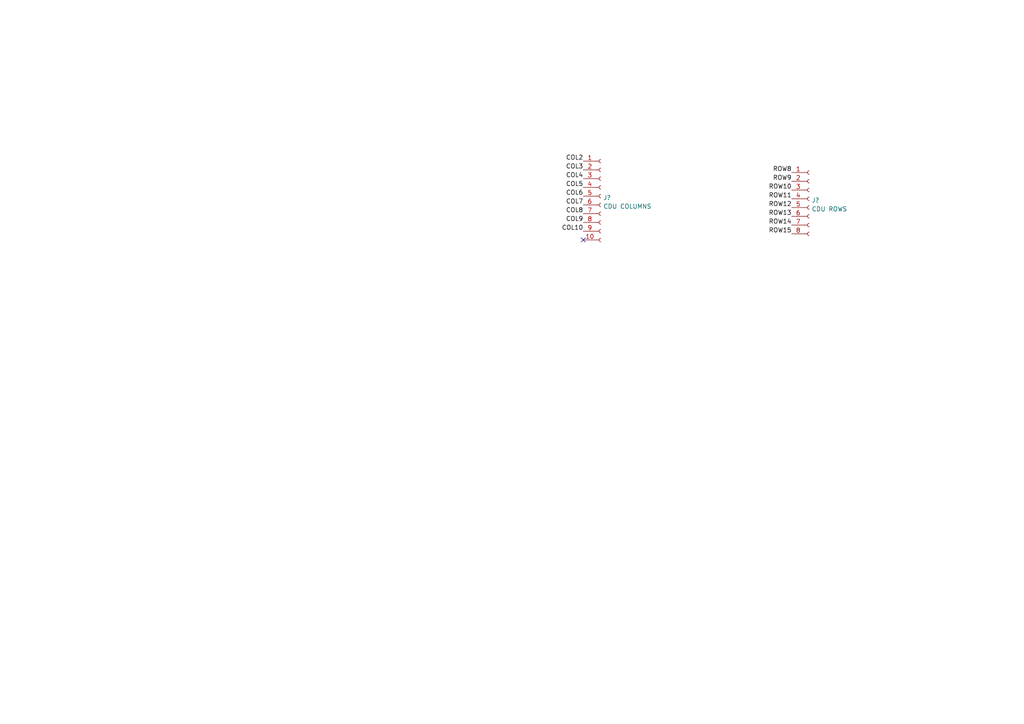
<source format=kicad_sch>
(kicad_sch (version 20211123) (generator eeschema)
  (paper "A4")
  (lib_symbols
    (symbol "Connector:Conn_01x08_Female" (pin_names (offset 1.016) hide)
      (property "Reference" "J" (at 0 10.16 0))
      (property "Value" "Conn_01x08_Female" (at 0 -12.7 0))
      (symbol "Conn_01x08_Female_1_1"
        (arc (start 0 -9.652) (mid -0.508 -10.16) (end 0 -10.668) (stroke (width 0.1524)))
        (arc (start 0 -7.112) (mid -0.508 -7.62) (end 0 -8.128) (stroke (width 0.1524)))
        (arc (start 0 -4.572) (mid -0.508 -5.08) (end 0 -5.588) (stroke (width 0.1524)))
        (arc (start 0 -2.032) (mid -0.508 -2.54) (end 0 -3.048) (stroke (width 0.1524)))
        (polyline (pts (xy -1.27 -10.16) (xy -0.508 -10.16)) (stroke (width 0.1524)))
        (polyline (pts (xy -1.27 -7.62) (xy -0.508 -7.62)) (stroke (width 0.1524)))
        (polyline (pts (xy -1.27 -5.08) (xy -0.508 -5.08)) (stroke (width 0.1524)))
        (polyline (pts (xy -1.27 -2.54) (xy -0.508 -2.54)) (stroke (width 0.1524)))
        (polyline (pts (xy -1.27 0) (xy -0.508 0)) (stroke (width 0.1524)))
        (polyline (pts (xy -1.27 2.54) (xy -0.508 2.54)) (stroke (width 0.1524)))
        (polyline (pts (xy -1.27 5.08) (xy -0.508 5.08)) (stroke (width 0.1524)))
        (polyline (pts (xy -1.27 7.62) (xy -0.508 7.62)) (stroke (width 0.1524)))
        (arc (start 0 0.508) (mid -0.508 0) (end 0 -0.508) (stroke (width 0.1524)))
        (arc (start 0 3.048) (mid -0.508 2.54) (end 0 2.032) (stroke (width 0.1524)))
        (arc (start 0 5.588) (mid -0.508 5.08) (end 0 4.572) (stroke (width 0.1524)))
        (arc (start 0 8.128) (mid -0.508 7.62) (end 0 7.112) (stroke (width 0.1524)))
        (pin passive line (at -5.08 7.62 0) (length 3.81) (name "Pin_1") (number "1"))
        (pin passive line (at -5.08 5.08 0) (length 3.81) (name "Pin_2") (number "2"))
        (pin passive line (at -5.08 2.54 0) (length 3.81) (name "Pin_3") (number "3"))
        (pin passive line (at -5.08 0 0) (length 3.81) (name "Pin_4") (number "4"))
        (pin passive line (at -5.08 -2.54 0) (length 3.81) (name "Pin_5") (number "5"))
        (pin passive line (at -5.08 -5.08 0) (length 3.81) (name "Pin_6") (number "6"))
        (pin passive line (at -5.08 -7.62 0) (length 3.81) (name "Pin_7") (number "7"))
        (pin passive line (at -5.08 -10.16 0) (length 3.81) (name "Pin_8") (number "8"))
      )
    )
    (symbol "Connector:Conn_01x10_Female" (pin_names (offset 1.016) hide)
      (property "Reference" "J" (at 0 12.7 0))
      (property "Value" "Conn_01x10_Female" (at 0 -15.24 0))
      (symbol "Conn_01x10_Female_1_1"
        (arc (start 0 -12.192) (mid -0.508 -12.7) (end 0 -13.208) (stroke (width 0.1524)))
        (arc (start 0 -9.652) (mid -0.508 -10.16) (end 0 -10.668) (stroke (width 0.1524)))
        (arc (start 0 -7.112) (mid -0.508 -7.62) (end 0 -8.128) (stroke (width 0.1524)))
        (arc (start 0 -4.572) (mid -0.508 -5.08) (end 0 -5.588) (stroke (width 0.1524)))
        (arc (start 0 -2.032) (mid -0.508 -2.54) (end 0 -3.048) (stroke (width 0.1524)))
        (polyline (pts (xy -1.27 -12.7) (xy -0.508 -12.7)) (stroke (width 0.1524)))
        (polyline (pts (xy -1.27 -10.16) (xy -0.508 -10.16)) (stroke (width 0.1524)))
        (polyline (pts (xy -1.27 -7.62) (xy -0.508 -7.62)) (stroke (width 0.1524)))
        (polyline (pts (xy -1.27 -5.08) (xy -0.508 -5.08)) (stroke (width 0.1524)))
        (polyline (pts (xy -1.27 -2.54) (xy -0.508 -2.54)) (stroke (width 0.1524)))
        (polyline (pts (xy -1.27 0) (xy -0.508 0)) (stroke (width 0.1524)))
        (polyline (pts (xy -1.27 2.54) (xy -0.508 2.54)) (stroke (width 0.1524)))
        (polyline (pts (xy -1.27 5.08) (xy -0.508 5.08)) (stroke (width 0.1524)))
        (polyline (pts (xy -1.27 7.62) (xy -0.508 7.62)) (stroke (width 0.1524)))
        (polyline (pts (xy -1.27 10.16) (xy -0.508 10.16)) (stroke (width 0.1524)))
        (arc (start 0 0.508) (mid -0.508 0) (end 0 -0.508) (stroke (width 0.1524)))
        (arc (start 0 3.048) (mid -0.508 2.54) (end 0 2.032) (stroke (width 0.1524)))
        (arc (start 0 5.588) (mid -0.508 5.08) (end 0 4.572) (stroke (width 0.1524)))
        (arc (start 0 8.128) (mid -0.508 7.62) (end 0 7.112) (stroke (width 0.1524)))
        (arc (start 0 10.668) (mid -0.508 10.16) (end 0 9.652) (stroke (width 0.1524)))
        (pin passive line (at -5.08 10.16 0) (length 3.81) (name "Pin_1") (number "1"))
        (pin passive line (at -5.08 -12.7 0) (length 3.81) (name "Pin_10") (number "10"))
        (pin passive line (at -5.08 7.62 0) (length 3.81) (name "Pin_2") (number "2"))
        (pin passive line (at -5.08 5.08 0) (length 3.81) (name "Pin_3") (number "3"))
        (pin passive line (at -5.08 2.54 0) (length 3.81) (name "Pin_4") (number "4"))
        (pin passive line (at -5.08 0 0) (length 3.81) (name "Pin_5") (number "5"))
        (pin passive line (at -5.08 -2.54 0) (length 3.81) (name "Pin_6") (number "6"))
        (pin passive line (at -5.08 -5.08 0) (length 3.81) (name "Pin_7") (number "7"))
        (pin passive line (at -5.08 -7.62 0) (length 3.81) (name "Pin_8") (number "8"))
        (pin passive line (at -5.08 -10.16 0) (length 3.81) (name "Pin_9") (number "9"))
      )
    )
  )
  (no_connect (at 169.164 69.596))
  (label "COL9" (at 169.164 64.516 180))
  (label "ROW10" (at 229.616 55.118 180))
  (label "COL8" (at 169.164 61.976 180))
  (label "ROW9" (at 229.616 52.578 180))
  (label "ROW8" (at 229.616 50.038 180))
  (label "ROW15" (at 229.616 67.818 180))
  (label "COL5" (at 169.164 54.356 180))
  (label "COL7" (at 169.164 59.436 180))
  (label "COL6" (at 169.164 56.896 180))
  (label "COL10" (at 169.164 67.056 180))
  (label "COL4" (at 169.164 51.816 180))
  (label "ROW11" (at 229.616 57.658 180))
  (label "COL2" (at 169.164 46.736 180))
  (label "COL3" (at 169.164 49.276 180))
  (label "ROW14" (at 229.616 65.278 180))
  (label "ROW12" (at 229.616 60.198 180))
  (label "ROW13" (at 229.616 62.738 180))
  (symbol (lib_id "Connector:Conn_01x08_Female") (at 234.696 57.658 0) (unit 1)
    (property "Reference" "J?" (at 235.4072 58.0933 0) (effects (justify left)))
    (property "Value" "CDU ROWS" (at 235.4072 60.6302 0) (effects (justify left)))
  )
  (symbol (lib_id "Connector:Conn_01x10_Female") (at 174.244 56.896 0) (unit 1)
    (property "Reference" "J?" (at 174.9552 57.3313 0) (effects (justify left)))
    (property "Value" "CDU COLUMNS" (at 174.9552 59.8682 0) (effects (justify left)))
  )
)
</source>
